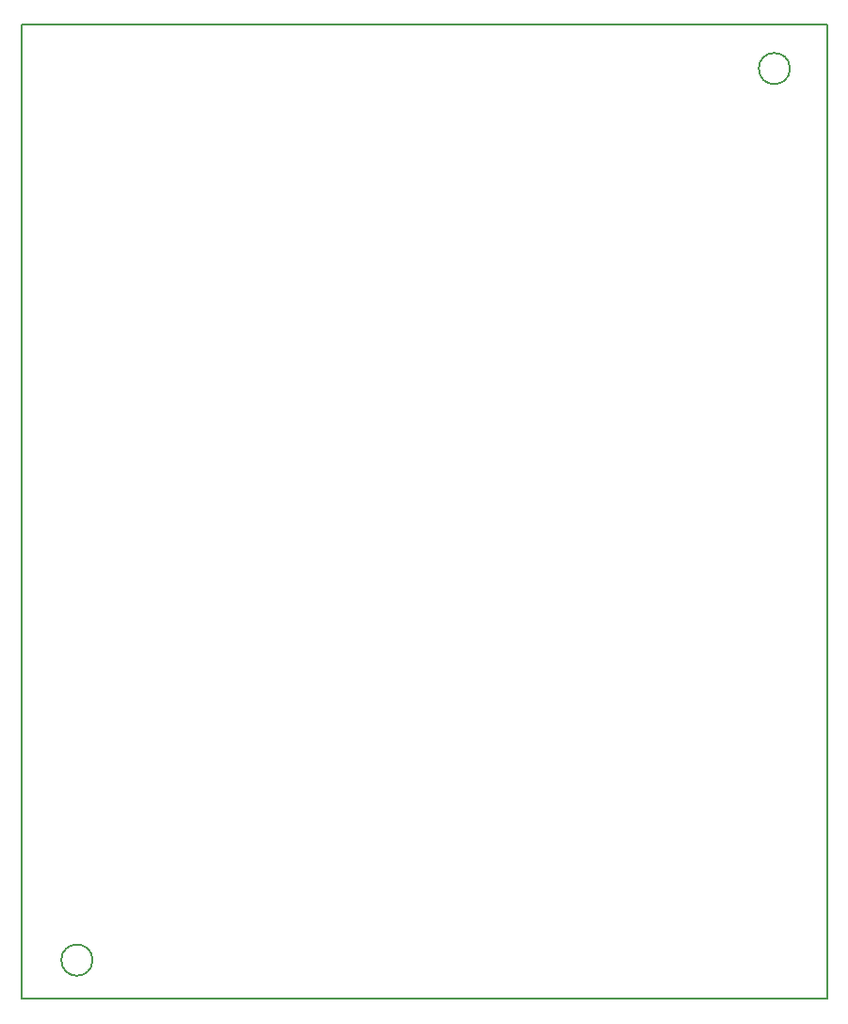
<source format=gbr>
%TF.GenerationSoftware,KiCad,Pcbnew,8.0.7-8.0.7-0~ubuntu22.04.1*%
%TF.CreationDate,2024-12-27T21:55:05+08:00*%
%TF.ProjectId,PCB IREC 2025,50434220-4952-4454-9320-323032352e6b,rev?*%
%TF.SameCoordinates,Original*%
%TF.FileFunction,Profile,NP*%
%FSLAX46Y46*%
G04 Gerber Fmt 4.6, Leading zero omitted, Abs format (unit mm)*
G04 Created by KiCad (PCBNEW 8.0.7-8.0.7-0~ubuntu22.04.1) date 2024-12-27 21:55:05*
%MOMM*%
%LPD*%
G01*
G04 APERTURE LIST*
%TA.AperFunction,Profile*%
%ADD10C,0.200000*%
%TD*%
G04 APERTURE END LIST*
D10*
X131400000Y-132550000D02*
G75*
G02*
X128600000Y-132550000I-1400000J0D01*
G01*
X128600000Y-132550000D02*
G75*
G02*
X131400000Y-132550000I1400000J0D01*
G01*
X125000000Y-48500000D02*
X197500000Y-48500000D01*
X197500000Y-136000000D01*
X125000000Y-136000000D01*
X125000000Y-48500000D01*
X194140000Y-52418861D02*
G75*
G02*
X191340000Y-52418861I-1400000J0D01*
G01*
X191340000Y-52418861D02*
G75*
G02*
X194140000Y-52418861I1400000J0D01*
G01*
M02*

</source>
